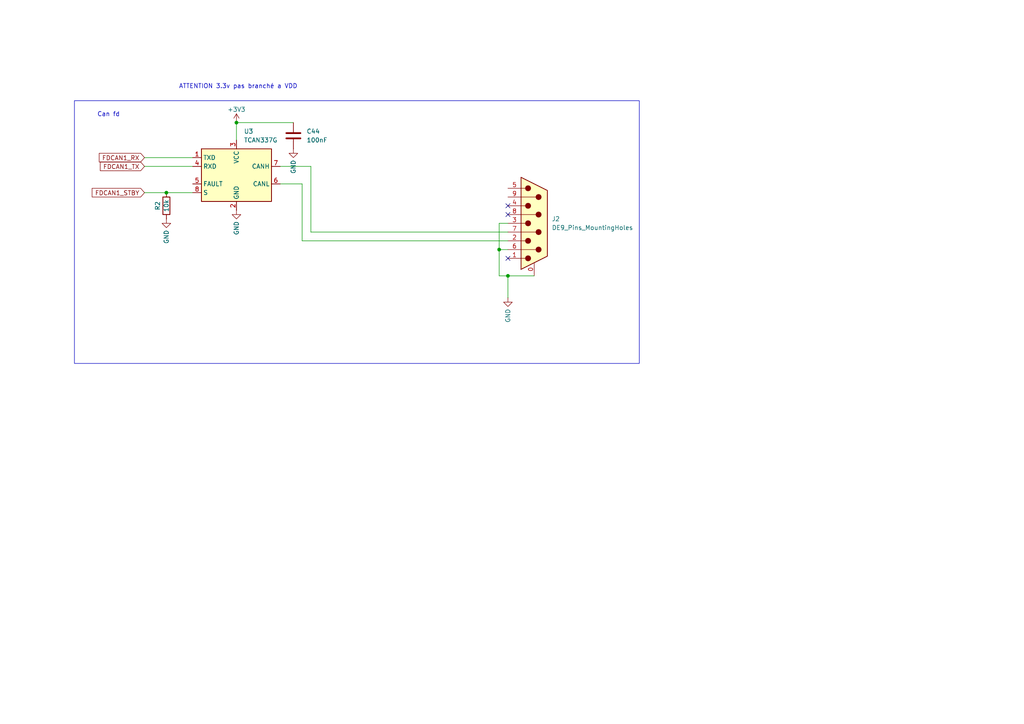
<source format=kicad_sch>
(kicad_sch (version 20250114) (generator "eeschema") (generator_version "9.0")
  (paper "A4")
  (lib_symbols
    (symbol "Connector:DE9_Pins_MountingHoles" (pin_names (offset 1.016) (hide yes))
      (property "Reference" "J" (at 0 16.51 0))
      (property "Value" "DE9_Pins_MountingHoles" (at 0 14.605 0))
      (symbol "DE9_Pins_MountingHoles_0_1"
        (polyline (pts (xy -3.81 10.16) (xy -2.54 10.16)))
        (polyline (pts (xy -3.81 7.62) (xy 0.508 7.62)))
        (polyline (pts (xy -3.81 5.08) (xy -2.54 5.08)))
        (polyline (pts (xy -3.81 2.54) (xy 0.508 2.54)))
        (polyline (pts (xy -3.81 0) (xy -2.54 0)))
        (polyline (pts (xy -3.81 -2.54) (xy 0.508 -2.54)))
        (polyline (pts (xy -3.81 -5.08) (xy -2.54 -5.08)))
        (polyline (pts (xy -3.81 -7.62) (xy 0.508 -7.62)))
        (polyline (pts (xy -3.81 -10.16) (xy -2.54 -10.16)))
        (polyline (pts (xy -3.81 -13.335) (xy -3.81 13.335) (xy 3.81 9.525) (xy 3.81 -9.525) (xy -3.81 -13.335)) (stroke (width 0.254)) (fill (type background)))
        (circle (center -1.778 10.16) (radius 0.762) (fill (type outline)))
        (circle (center -1.778 5.08) (radius 0.762) (fill (type outline)))
        (circle (center -1.778 0) (radius 0.762) (fill (type outline)))
        (circle (center -1.778 -5.08) (radius 0.762) (fill (type outline)))
        (circle (center -1.778 -10.16) (radius 0.762) (fill (type outline)))
        (circle (center 1.27 7.62) (radius 0.762) (fill (type outline)))
        (circle (center 1.27 2.54) (radius 0.762) (fill (type outline)))
        (circle (center 1.27 -2.54) (radius 0.762) (fill (type outline)))
        (circle (center 1.27 -7.62) (radius 0.762) (fill (type outline)))
      )
      (symbol "DE9_Pins_MountingHoles_1_1"
        (pin passive line (at -7.62 10.16 0) (length 3.81) (name "5") (number "5"))
        (pin passive line (at -7.62 7.62 0) (length 3.81) (name "9") (number "9"))
        (pin passive line (at -7.62 5.08 0) (length 3.81) (name "4") (number "4"))
        (pin passive line (at -7.62 2.54 0) (length 3.81) (name "8") (number "8"))
        (pin passive line (at -7.62 0 0) (length 3.81) (name "3") (number "3"))
        (pin passive line (at -7.62 -2.54 0) (length 3.81) (name "7") (number "7"))
        (pin passive line (at -7.62 -5.08 0) (length 3.81) (name "2") (number "2"))
        (pin passive line (at -7.62 -7.62 0) (length 3.81) (name "6") (number "6"))
        (pin passive line (at -7.62 -10.16 0) (length 3.81) (name "1") (number "1"))
        (pin passive line (at 0 -15.24 90) (length 3.81) (name "PAD") (number "0"))
      )
    )
    (symbol "Device:C" (pin_numbers (hide yes)) (pin_names (offset 0.254))
      (property "Reference" "C" (at 0.635 2.54 0))
      (property "Value" "C" (at 0.635 -2.54 0))
      (symbol "C_0_1"
        (polyline (pts (xy -2.032 0.762) (xy 2.032 0.762)) (stroke (width 0.508)))
        (polyline (pts (xy -2.032 -0.762) (xy 2.032 -0.762)) (stroke (width 0.508)))
      )
      (symbol "C_1_1"
        (pin passive line (at 0 3.81 270) (length 2.794) (name "~") (number "1"))
        (pin passive line (at 0 -3.81 90) (length 2.794) (name "~") (number "2"))
      )
    )
    (symbol "Device:R" (pin_numbers (hide yes)) (pin_names (offset 0))
      (property "Reference" "R" (at 2.032 0 90))
      (property "Value" "R" (at 0 0 90))
      (symbol "R_0_1"
        (rectangle (start -1.016 -2.54) (end 1.016 2.54) (stroke (width 0.254)))
      )
      (symbol "R_1_1"
        (pin passive line (at 0 3.81 270) (length 1.27) (name "~") (number "1"))
        (pin passive line (at 0 -3.81 90) (length 1.27) (name "~") (number "2"))
      )
    )
    (symbol "Interface_CAN_LIN:TCAN337G"
      (property "Reference" "U" (at -10.16 8.89 0))
      (property "Value" "TCAN337G" (at 2.54 8.89 0))
      (symbol "TCAN337G_0_1"
        (rectangle (start -10.16 7.62) (end 10.16 -7.62) (stroke (width 0.254)) (fill (type background)))
      )
      (symbol "TCAN337G_1_1"
        (pin input line (at -12.7 5.08 0) (length 2.54) (name "TXD") (number "1"))
        (pin tri_state line (at -12.7 2.54 0) (length 2.54) (name "RXD") (number "4"))
        (pin open_collector line (at -12.7 -2.54 0) (length 2.54) (name "FAULT") (number "5"))
        (pin input line (at -12.7 -5.08 0) (length 2.54) (name "S") (number "8"))
        (pin power_in line (at 0 10.16 270) (length 2.54) (name "VCC") (number "3"))
        (pin power_in line (at 0 -10.16 90) (length 2.54) (name "GND") (number "2"))
        (pin bidirectional line (at 12.7 2.54 180) (length 2.54) (name "CANH") (number "7"))
        (pin bidirectional line (at 12.7 -2.54 180) (length 2.54) (name "CANL") (number "6"))
      )
    )
    (symbol "power:+3V3" (power) (pin_numbers (hide yes)) (pin_names (offset 0) (hide yes))
      (property "Value" "+3V3" (at 0 3.556 0))
      (symbol "+3V3_0_1"
        (polyline (pts (xy -0.762 1.27) (xy 0 2.54)))
        (polyline (pts (xy 0 2.54) (xy 0.762 1.27)))
        (polyline (pts (xy 0 0) (xy 0 2.54)))
      )
      (symbol "+3V3_1_1"
        (pin power_in line (at 0 0 90) (length 0) (name "~") (number "1"))
      )
    )
    (symbol "power:GND" (power) (pin_numbers (hide yes)) (pin_names (offset 0) (hide yes))
      (property "Value" "GND" (at 0 -3.81 0))
      (symbol "GND_0_1"
        (polyline (pts (xy 0 0) (xy 0 -1.27) (xy 1.27 -1.27) (xy 0 -2.54) (xy -1.27 -1.27) (xy 0 -1.27)))
      )
      (symbol "GND_1_1"
        (pin power_in line (at 0 0 270) (length 0) (name "~") (number "1"))
      )
    )
  )
  (rectangle (start 21.59 29.21) (end 185.42 105.41))
  (text "ATTENTION 3.3v pas branché a VDD" (at 69.088 25.146 0) (effects (font (size 1.27 1.27))))
  (text "Can fd\n" (at 31.496 33.274 0) (effects (font (size 1.27 1.27))))
  (junction (at 68.58 35.56))
  (junction (at 48.26 55.88))
  (junction (at 147.32 80.01))
  (junction (at 144.78 72.39))
  (no_connect (at 147.32 62.23))
  (no_connect (at 147.32 74.93))
  (no_connect (at 147.32 59.69))
  (wire (pts (xy 144.78 72.39) (xy 144.78 80.01)))
  (wire (pts (xy 68.58 35.56) (xy 85.09 35.56)))
  (wire (pts (xy 41.91 45.72) (xy 55.88 45.72)))
  (wire (pts (xy 147.32 64.77) (xy 144.78 64.77)))
  (wire (pts (xy 147.32 72.39) (xy 144.78 72.39)))
  (wire (pts (xy 41.91 55.88) (xy 48.26 55.88)))
  (wire (pts (xy 48.26 55.88) (xy 55.88 55.88)))
  (wire (pts (xy 147.32 80.01) (xy 147.32 86.36)))
  (wire (pts (xy 90.17 67.31) (xy 90.17 48.26)))
  (wire (pts (xy 144.78 80.01) (xy 147.32 80.01)))
  (wire (pts (xy 81.28 53.34) (xy 87.63 53.34)))
  (wire (pts (xy 144.78 64.77) (xy 144.78 72.39)))
  (wire (pts (xy 87.63 53.34) (xy 87.63 69.85)))
  (wire (pts (xy 41.91 48.26) (xy 55.88 48.26)))
  (wire (pts (xy 87.63 69.85) (xy 147.32 69.85)))
  (wire (pts (xy 68.58 40.64) (xy 68.58 35.56)))
  (wire (pts (xy 147.32 67.31) (xy 90.17 67.31)))
  (wire (pts (xy 154.94 80.01) (xy 147.32 80.01)))
  (wire (pts (xy 90.17 48.26) (xy 81.28 48.26)))
  (global_label "FDCAN1_TX" (shape input) (at 41.91 48.26 180) (property "Intersheetrefs" "${INTERSHEET_REFS}" (effects (hide yes))))
  (global_label "FDCAN1_RX" (shape input) (at 41.91 45.72 180) (property "Intersheetrefs" "${INTERSHEET_REFS}" (effects (hide yes))))
  (global_label "FDCAN1_STBY" (shape input) (at 41.91 55.88 180) (property "Intersheetrefs" "${INTERSHEET_REFS}" (effects (hide yes))))
  (symbol (lib_id "power:+3V3") (at 68.58 35.56 0) (mirror y) (unit 1)
    (property "Reference" "#PWR059" (effects (hide yes)))
    (property "Value" "+3V3" (at 68.58 31.75 0))
    (property "Description" "Power symbol creates a global label with name \"+3V3\"" (effects (hide yes)))
  )
  (symbol (lib_id "Device:R") (at 48.26 59.69 180) (unit 1)
    (property "Reference" "R2" (at 45.72 59.69 90))
    (property "Value" "10k" (at 48.26 59.69 90))
    (property "Footprint" "Resistor_SMD:R_0603_1608Metric_Pad0.98x0.95mm_HandSolder" (effects (hide yes)))
    (property "Description" "Resistor" (effects (hide yes)))
    (property "Link" "https://www.digikey.ca/en/products/detail/epson/FC2012SN-32-768K-90NNA0KC0/21434381" (effects (hide yes)))
  )
  (symbol (lib_id "Interface_CAN_LIN:TCAN337G") (at 68.58 50.8 0) (unit 1)
    (property "Reference" "U3" (at 70.7233 38.1 0) (effects (justify left)))
    (property "Value" "TCAN337G" (at 70.7233 40.64 0) (effects (justify left)))
    (property "Datasheet" "http://www.ti.com/lit/ds/symlink/tcan337.pdf" (effects (hide yes)))
    (property "Description" "High-Speed CAN Transceiver with CAN FD, 5Mbps, 3.3V supply, silent mode, fault output, SOT-23-8/SOIC-8" (effects (hide yes)))
  )
  (symbol (lib_id "Connector:DE9_Pins_MountingHoles") (at 154.94 64.77 0) (unit 1)
    (property "Reference" "J2" (at 160.02 63.4999 0) (effects (justify left)))
    (property "Value" "DE9_Pins_MountingHoles" (at 160.02 66.0399 0) (effects (justify left)))
    (property "Description" "9-pin D-SUB connector, pins (male), Mounting Hole" (effects (hide yes)))
  )
  (symbol (lib_id "power:GND") (at 85.09 43.18 0) (unit 1)
    (property "Reference" "#PWR058" (effects (hide yes)))
    (property "Value" "GND" (at 85.09 46.355 90) (effects (justify right)))
    (property "Description" "Power symbol creates a global label with name \"GND\" , ground" (effects (hide yes)))
  )
  (symbol (lib_id "Device:C") (at 85.09 39.37 0) (unit 1)
    (property "Reference" "C44" (at 88.9 38.0999 0) (effects (justify left)))
    (property "Value" "100nF" (at 88.9 40.6399 0) (effects (justify left)))
    (property "Description" "Unpolarized capacitor" (effects (hide yes)))
  )
  (symbol (lib_id "power:GND") (at 147.32 86.36 0) (unit 1)
    (property "Reference" "#PWR057" (effects (hide yes)))
    (property "Value" "GND" (at 147.32 89.535 90) (effects (justify right)))
    (property "Description" "Power symbol creates a global label with name \"GND\" , ground" (effects (hide yes)))
  )
  (symbol (lib_id "power:GND") (at 68.58 60.96 0) (unit 1)
    (property "Reference" "#PWR054" (effects (hide yes)))
    (property "Value" "GND" (at 68.58 64.135 90) (effects (justify right)))
    (property "Description" "Power symbol creates a global label with name \"GND\" , ground" (effects (hide yes)))
  )
  (symbol (lib_id "power:GND") (at 48.26 63.5 0) (unit 1)
    (property "Reference" "#PWR060" (effects (hide yes)))
    (property "Value" "GND" (at 48.26 66.675 90) (effects (justify right)))
    (property "Description" "Power symbol creates a global label with name \"GND\" , ground" (effects (hide yes)))
  )
)
</source>
